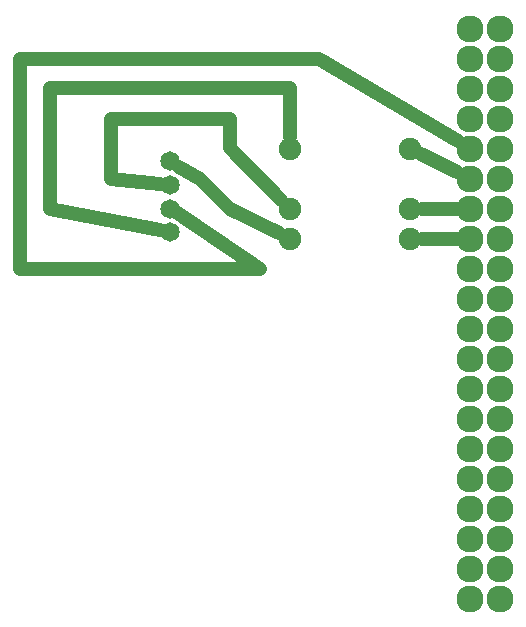
<source format=gtl>
G04 MADE WITH FRITZING*
G04 WWW.FRITZING.ORG*
G04 DOUBLE SIDED*
G04 HOLES PLATED*
G04 CONTOUR ON CENTER OF CONTOUR VECTOR*
%ASAXBY*%
%FSLAX23Y23*%
%MOIN*%
%OFA0B0*%
%SFA1.0B1.0*%
%ADD10C,0.075000*%
%ADD11C,0.065000*%
%ADD12C,0.090278*%
%ADD13C,0.048000*%
%LNCOPPER1*%
G90*
G70*
G54D10*
X3365Y2410D03*
X3765Y2410D03*
X3365Y2510D03*
X3765Y2510D03*
X3365Y2710D03*
X3765Y2710D03*
G54D11*
X2965Y2431D03*
X2965Y2510D03*
X2965Y2588D03*
X2965Y2667D03*
G54D12*
X3965Y3110D03*
X3965Y3010D03*
X3965Y2910D03*
X3965Y2810D03*
X3965Y2710D03*
X3965Y2610D03*
X3965Y2510D03*
X3965Y2410D03*
X3965Y2310D03*
X3965Y2210D03*
X3965Y2110D03*
X3965Y2010D03*
X3965Y1910D03*
X3965Y1810D03*
X3965Y1710D03*
X3965Y1610D03*
X3965Y1510D03*
X3965Y1410D03*
X3965Y1310D03*
X3965Y1210D03*
X4065Y1210D03*
X4065Y1310D03*
X4065Y1410D03*
X4065Y1510D03*
X4065Y1610D03*
X4065Y1710D03*
X4065Y1810D03*
X4065Y1910D03*
X4065Y2010D03*
X4065Y2110D03*
X4065Y2210D03*
X4065Y2310D03*
X4065Y2410D03*
X4065Y2510D03*
X4065Y2610D03*
X4065Y2710D03*
X4065Y2810D03*
X4065Y2910D03*
X4065Y3010D03*
X4065Y3110D03*
G54D13*
X3067Y2608D02*
X3165Y2510D01*
D02*
X3165Y2711D02*
X3337Y2538D01*
D02*
X3165Y2510D02*
X3330Y2427D01*
D02*
X2768Y2608D02*
X2768Y2809D01*
D02*
X2995Y2650D02*
X3067Y2608D01*
D02*
X2768Y2809D02*
X3165Y2809D01*
D02*
X3165Y2809D02*
X3165Y2711D01*
D02*
X2566Y2510D02*
X2566Y2912D01*
D02*
X3366Y2912D02*
X3365Y2749D01*
D02*
X2931Y2592D02*
X2768Y2608D01*
D02*
X2566Y2912D02*
X3366Y2912D01*
D02*
X2931Y2438D02*
X2566Y2510D01*
D02*
X3801Y2692D02*
X3924Y2631D01*
D02*
X3919Y2510D02*
X3805Y2510D01*
D02*
X3919Y2410D02*
X3805Y2410D01*
D02*
X2465Y3010D02*
X2465Y2310D01*
D02*
X3464Y3010D02*
X2465Y3010D01*
D02*
X2465Y2310D02*
X3266Y2309D01*
D02*
X3925Y2734D02*
X3464Y3010D01*
D02*
X3266Y2309D02*
X2985Y2497D01*
G04 End of Copper1*
M02*
</source>
